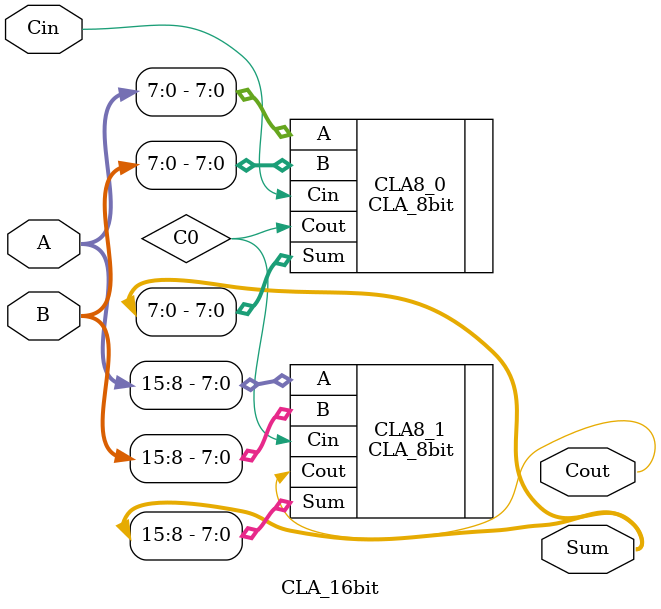
<source format=v>
module CLA_16bit(
	input [15:0] A,
	input [15:0] B,
    input Cin,
    output [15:0] Sum,
    output Cout
);

wire C0;

CLA_8bit CLA8_0(.A(A[7:0]), .B(B[7:0]), .Cin(Cin), .Sum(Sum[7:0]), .Cout(C0));
CLA_8bit CLA8_1(.A(A[15:8]), .B(B[15:8]), .Cin(C0), .Sum(Sum[15:8]), .Cout(Cout));


endmodule
</source>
